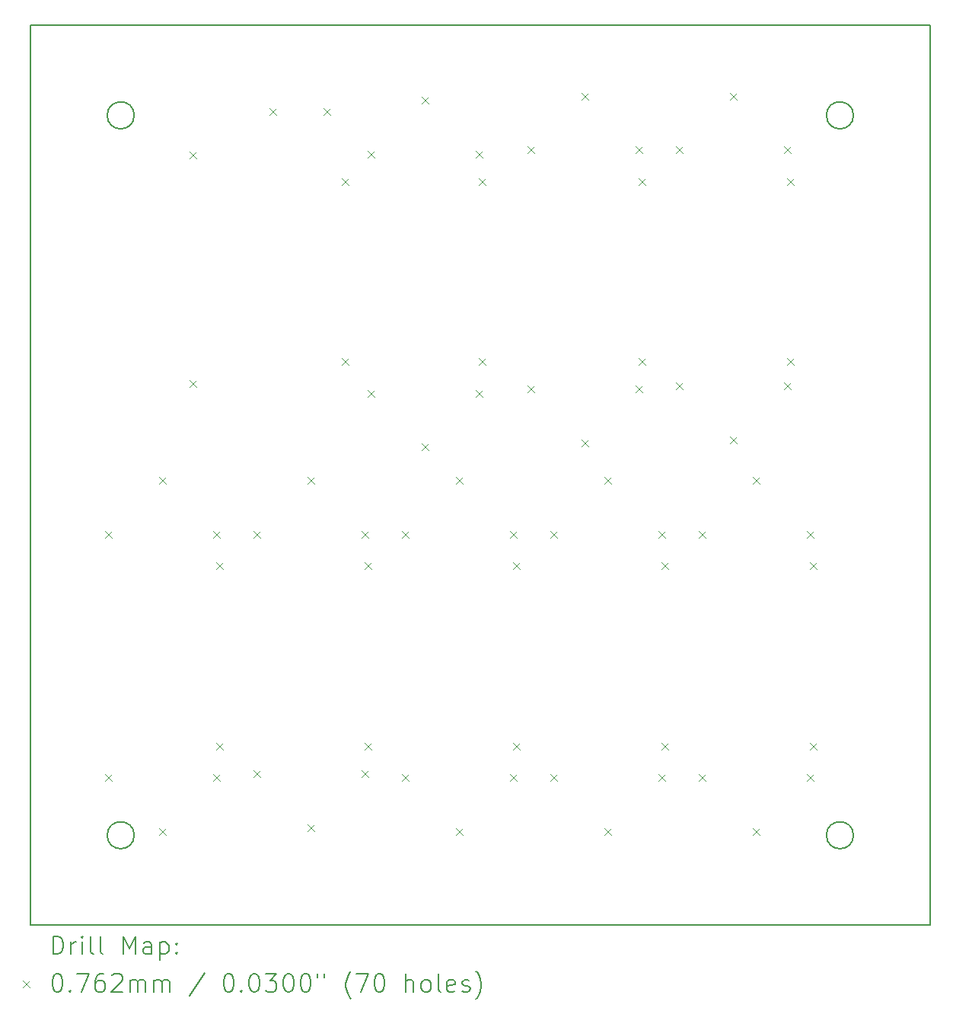
<source format=gbr>
%TF.GenerationSoftware,KiCad,Pcbnew,(6.0.7)*%
%TF.CreationDate,2022-09-04T22:45:58+08:00*%
%TF.ProjectId,6_6_2,365f365f-322e-46b6-9963-61645f706362,rev?*%
%TF.SameCoordinates,Original*%
%TF.FileFunction,Drillmap*%
%TF.FilePolarity,Positive*%
%FSLAX45Y45*%
G04 Gerber Fmt 4.5, Leading zero omitted, Abs format (unit mm)*
G04 Created by KiCad (PCBNEW (6.0.7)) date 2022-09-04 22:45:58*
%MOMM*%
%LPD*%
G01*
G04 APERTURE LIST*
%ADD10C,0.200000*%
%ADD11C,0.076200*%
G04 APERTURE END LIST*
D10*
X10350000Y-2200000D02*
G75*
G03*
X10350000Y-2200000I-150000J0D01*
G01*
X10350000Y-10200000D02*
G75*
G03*
X10350000Y-10200000I-150000J0D01*
G01*
X2350000Y-10200000D02*
G75*
G03*
X2350000Y-10200000I-150000J0D01*
G01*
X2350000Y-2200000D02*
G75*
G03*
X2350000Y-2200000I-150000J0D01*
G01*
X1200000Y-1200000D02*
X11200000Y-1200000D01*
X11200000Y-1200000D02*
X11200000Y-11200000D01*
X11200000Y-11200000D02*
X1200000Y-11200000D01*
X1200000Y-11200000D02*
X1200000Y-1200000D01*
D11*
X2028900Y-6819900D02*
X2105100Y-6896100D01*
X2105100Y-6819900D02*
X2028900Y-6896100D01*
X2028900Y-9521900D02*
X2105100Y-9598100D01*
X2105100Y-9521900D02*
X2028900Y-9598100D01*
X2628900Y-6219900D02*
X2705100Y-6296100D01*
X2705100Y-6219900D02*
X2628900Y-6296100D01*
X2628900Y-10121900D02*
X2705100Y-10198100D01*
X2705100Y-10121900D02*
X2628900Y-10198100D01*
X2966720Y-2603500D02*
X3042920Y-2679700D01*
X3042920Y-2603500D02*
X2966720Y-2679700D01*
X2966720Y-5143500D02*
X3042920Y-5219700D01*
X3042920Y-5143500D02*
X2966720Y-5219700D01*
X3228900Y-6819900D02*
X3305100Y-6896100D01*
X3305100Y-6819900D02*
X3228900Y-6896100D01*
X3228900Y-9521900D02*
X3305100Y-9598100D01*
X3305100Y-9521900D02*
X3228900Y-9598100D01*
X3263900Y-7170900D02*
X3340100Y-7247100D01*
X3340100Y-7170900D02*
X3263900Y-7247100D01*
X3263900Y-9170900D02*
X3340100Y-9247100D01*
X3340100Y-9170900D02*
X3263900Y-9247100D01*
X3679900Y-6819900D02*
X3756100Y-6896100D01*
X3756100Y-6819900D02*
X3679900Y-6896100D01*
X3679900Y-9475900D02*
X3756100Y-9552100D01*
X3756100Y-9475900D02*
X3679900Y-9552100D01*
X3852900Y-2120900D02*
X3929100Y-2197100D01*
X3929100Y-2120900D02*
X3852900Y-2197100D01*
X4279900Y-6219900D02*
X4356100Y-6296100D01*
X4356100Y-6219900D02*
X4279900Y-6296100D01*
X4279900Y-10075900D02*
X4356100Y-10152100D01*
X4356100Y-10075900D02*
X4279900Y-10152100D01*
X4452900Y-2120900D02*
X4529100Y-2197100D01*
X4529100Y-2120900D02*
X4452900Y-2197100D01*
X4660900Y-2898900D02*
X4737100Y-2975100D01*
X4737100Y-2898900D02*
X4660900Y-2975100D01*
X4660900Y-4898900D02*
X4737100Y-4975100D01*
X4737100Y-4898900D02*
X4660900Y-4975100D01*
X4879900Y-6819900D02*
X4956100Y-6896100D01*
X4956100Y-6819900D02*
X4879900Y-6896100D01*
X4879900Y-9475900D02*
X4956100Y-9552100D01*
X4956100Y-9475900D02*
X4879900Y-9552100D01*
X4914900Y-7170900D02*
X4991100Y-7247100D01*
X4991100Y-7170900D02*
X4914900Y-7247100D01*
X4914900Y-9170900D02*
X4991100Y-9247100D01*
X4991100Y-9170900D02*
X4914900Y-9247100D01*
X4949900Y-2593900D02*
X5026100Y-2670100D01*
X5026100Y-2593900D02*
X4949900Y-2670100D01*
X4949900Y-5249900D02*
X5026100Y-5326100D01*
X5026100Y-5249900D02*
X4949900Y-5326100D01*
X5330900Y-6819900D02*
X5407100Y-6896100D01*
X5407100Y-6819900D02*
X5330900Y-6896100D01*
X5330900Y-9521900D02*
X5407100Y-9598100D01*
X5407100Y-9521900D02*
X5330900Y-9598100D01*
X5549900Y-1993900D02*
X5626100Y-2070100D01*
X5626100Y-1993900D02*
X5549900Y-2070100D01*
X5549900Y-5849900D02*
X5626100Y-5926100D01*
X5626100Y-5849900D02*
X5549900Y-5926100D01*
X5930900Y-6219900D02*
X6007100Y-6296100D01*
X6007100Y-6219900D02*
X5930900Y-6296100D01*
X5930900Y-10121900D02*
X6007100Y-10198100D01*
X6007100Y-10121900D02*
X5930900Y-10198100D01*
X6149900Y-2593900D02*
X6226100Y-2670100D01*
X6226100Y-2593900D02*
X6149900Y-2670100D01*
X6149900Y-5249900D02*
X6226100Y-5326100D01*
X6226100Y-5249900D02*
X6149900Y-5326100D01*
X6184900Y-2898900D02*
X6261100Y-2975100D01*
X6261100Y-2898900D02*
X6184900Y-2975100D01*
X6184900Y-4898900D02*
X6261100Y-4975100D01*
X6261100Y-4898900D02*
X6184900Y-4975100D01*
X6530900Y-6819900D02*
X6607100Y-6896100D01*
X6607100Y-6819900D02*
X6530900Y-6896100D01*
X6530900Y-9521900D02*
X6607100Y-9598100D01*
X6607100Y-9521900D02*
X6530900Y-9598100D01*
X6565900Y-7170900D02*
X6642100Y-7247100D01*
X6642100Y-7170900D02*
X6565900Y-7247100D01*
X6565900Y-9170900D02*
X6642100Y-9247100D01*
X6642100Y-9170900D02*
X6565900Y-9247100D01*
X6727900Y-2547900D02*
X6804100Y-2624100D01*
X6804100Y-2547900D02*
X6727900Y-2624100D01*
X6727900Y-5203900D02*
X6804100Y-5280100D01*
X6804100Y-5203900D02*
X6727900Y-5280100D01*
X6981900Y-6819900D02*
X7058100Y-6896100D01*
X7058100Y-6819900D02*
X6981900Y-6896100D01*
X6981900Y-9521900D02*
X7058100Y-9598100D01*
X7058100Y-9521900D02*
X6981900Y-9598100D01*
X7327900Y-1947900D02*
X7404100Y-2024100D01*
X7404100Y-1947900D02*
X7327900Y-2024100D01*
X7327900Y-5803900D02*
X7404100Y-5880100D01*
X7404100Y-5803900D02*
X7327900Y-5880100D01*
X7581900Y-6219900D02*
X7658100Y-6296100D01*
X7658100Y-6219900D02*
X7581900Y-6296100D01*
X7581900Y-10121900D02*
X7658100Y-10198100D01*
X7658100Y-10121900D02*
X7581900Y-10198100D01*
X7927900Y-2547900D02*
X8004100Y-2624100D01*
X8004100Y-2547900D02*
X7927900Y-2624100D01*
X7927900Y-5203900D02*
X8004100Y-5280100D01*
X8004100Y-5203900D02*
X7927900Y-5280100D01*
X7962900Y-2898900D02*
X8039100Y-2975100D01*
X8039100Y-2898900D02*
X7962900Y-2975100D01*
X7962900Y-4898900D02*
X8039100Y-4975100D01*
X8039100Y-4898900D02*
X7962900Y-4975100D01*
X8181900Y-6819900D02*
X8258100Y-6896100D01*
X8258100Y-6819900D02*
X8181900Y-6896100D01*
X8181900Y-9521900D02*
X8258100Y-9598100D01*
X8258100Y-9521900D02*
X8181900Y-9598100D01*
X8216900Y-7170900D02*
X8293100Y-7247100D01*
X8293100Y-7170900D02*
X8216900Y-7247100D01*
X8216900Y-9170900D02*
X8293100Y-9247100D01*
X8293100Y-9170900D02*
X8216900Y-9247100D01*
X8378900Y-2547900D02*
X8455100Y-2624100D01*
X8455100Y-2547900D02*
X8378900Y-2624100D01*
X8378900Y-5168900D02*
X8455100Y-5245100D01*
X8455100Y-5168900D02*
X8378900Y-5245100D01*
X8632900Y-6819900D02*
X8709100Y-6896100D01*
X8709100Y-6819900D02*
X8632900Y-6896100D01*
X8632900Y-9521900D02*
X8709100Y-9598100D01*
X8709100Y-9521900D02*
X8632900Y-9598100D01*
X8978900Y-1947900D02*
X9055100Y-2024100D01*
X9055100Y-1947900D02*
X8978900Y-2024100D01*
X8978900Y-5768900D02*
X9055100Y-5845100D01*
X9055100Y-5768900D02*
X8978900Y-5845100D01*
X9232900Y-6219900D02*
X9309100Y-6296100D01*
X9309100Y-6219900D02*
X9232900Y-6296100D01*
X9232900Y-10121900D02*
X9309100Y-10198100D01*
X9309100Y-10121900D02*
X9232900Y-10198100D01*
X9578900Y-2547900D02*
X9655100Y-2624100D01*
X9655100Y-2547900D02*
X9578900Y-2624100D01*
X9578900Y-5168900D02*
X9655100Y-5245100D01*
X9655100Y-5168900D02*
X9578900Y-5245100D01*
X9613900Y-2898900D02*
X9690100Y-2975100D01*
X9690100Y-2898900D02*
X9613900Y-2975100D01*
X9613900Y-4898900D02*
X9690100Y-4975100D01*
X9690100Y-4898900D02*
X9613900Y-4975100D01*
X9832900Y-6819900D02*
X9909100Y-6896100D01*
X9909100Y-6819900D02*
X9832900Y-6896100D01*
X9832900Y-9521900D02*
X9909100Y-9598100D01*
X9909100Y-9521900D02*
X9832900Y-9598100D01*
X9867900Y-7170900D02*
X9944100Y-7247100D01*
X9944100Y-7170900D02*
X9867900Y-7247100D01*
X9867900Y-9170900D02*
X9944100Y-9247100D01*
X9944100Y-9170900D02*
X9867900Y-9247100D01*
D10*
X1447619Y-11520476D02*
X1447619Y-11320476D01*
X1495238Y-11320476D01*
X1523809Y-11330000D01*
X1542857Y-11349048D01*
X1552381Y-11368095D01*
X1561905Y-11406190D01*
X1561905Y-11434762D01*
X1552381Y-11472857D01*
X1542857Y-11491905D01*
X1523809Y-11510952D01*
X1495238Y-11520476D01*
X1447619Y-11520476D01*
X1647619Y-11520476D02*
X1647619Y-11387143D01*
X1647619Y-11425238D02*
X1657143Y-11406190D01*
X1666667Y-11396667D01*
X1685714Y-11387143D01*
X1704762Y-11387143D01*
X1771428Y-11520476D02*
X1771428Y-11387143D01*
X1771428Y-11320476D02*
X1761905Y-11330000D01*
X1771428Y-11339524D01*
X1780952Y-11330000D01*
X1771428Y-11320476D01*
X1771428Y-11339524D01*
X1895238Y-11520476D02*
X1876190Y-11510952D01*
X1866667Y-11491905D01*
X1866667Y-11320476D01*
X2000000Y-11520476D02*
X1980952Y-11510952D01*
X1971428Y-11491905D01*
X1971428Y-11320476D01*
X2228571Y-11520476D02*
X2228571Y-11320476D01*
X2295238Y-11463333D01*
X2361905Y-11320476D01*
X2361905Y-11520476D01*
X2542857Y-11520476D02*
X2542857Y-11415714D01*
X2533333Y-11396667D01*
X2514286Y-11387143D01*
X2476190Y-11387143D01*
X2457143Y-11396667D01*
X2542857Y-11510952D02*
X2523810Y-11520476D01*
X2476190Y-11520476D01*
X2457143Y-11510952D01*
X2447619Y-11491905D01*
X2447619Y-11472857D01*
X2457143Y-11453809D01*
X2476190Y-11444286D01*
X2523810Y-11444286D01*
X2542857Y-11434762D01*
X2638095Y-11387143D02*
X2638095Y-11587143D01*
X2638095Y-11396667D02*
X2657143Y-11387143D01*
X2695238Y-11387143D01*
X2714286Y-11396667D01*
X2723810Y-11406190D01*
X2733333Y-11425238D01*
X2733333Y-11482381D01*
X2723810Y-11501428D01*
X2714286Y-11510952D01*
X2695238Y-11520476D01*
X2657143Y-11520476D01*
X2638095Y-11510952D01*
X2819048Y-11501428D02*
X2828571Y-11510952D01*
X2819048Y-11520476D01*
X2809524Y-11510952D01*
X2819048Y-11501428D01*
X2819048Y-11520476D01*
X2819048Y-11396667D02*
X2828571Y-11406190D01*
X2819048Y-11415714D01*
X2809524Y-11406190D01*
X2819048Y-11396667D01*
X2819048Y-11415714D01*
D11*
X1113800Y-11811900D02*
X1190000Y-11888100D01*
X1190000Y-11811900D02*
X1113800Y-11888100D01*
D10*
X1485714Y-11740476D02*
X1504762Y-11740476D01*
X1523809Y-11750000D01*
X1533333Y-11759524D01*
X1542857Y-11778571D01*
X1552381Y-11816667D01*
X1552381Y-11864286D01*
X1542857Y-11902381D01*
X1533333Y-11921428D01*
X1523809Y-11930952D01*
X1504762Y-11940476D01*
X1485714Y-11940476D01*
X1466667Y-11930952D01*
X1457143Y-11921428D01*
X1447619Y-11902381D01*
X1438095Y-11864286D01*
X1438095Y-11816667D01*
X1447619Y-11778571D01*
X1457143Y-11759524D01*
X1466667Y-11750000D01*
X1485714Y-11740476D01*
X1638095Y-11921428D02*
X1647619Y-11930952D01*
X1638095Y-11940476D01*
X1628571Y-11930952D01*
X1638095Y-11921428D01*
X1638095Y-11940476D01*
X1714286Y-11740476D02*
X1847619Y-11740476D01*
X1761905Y-11940476D01*
X2009524Y-11740476D02*
X1971428Y-11740476D01*
X1952381Y-11750000D01*
X1942857Y-11759524D01*
X1923809Y-11788095D01*
X1914286Y-11826190D01*
X1914286Y-11902381D01*
X1923809Y-11921428D01*
X1933333Y-11930952D01*
X1952381Y-11940476D01*
X1990476Y-11940476D01*
X2009524Y-11930952D01*
X2019048Y-11921428D01*
X2028571Y-11902381D01*
X2028571Y-11854762D01*
X2019048Y-11835714D01*
X2009524Y-11826190D01*
X1990476Y-11816667D01*
X1952381Y-11816667D01*
X1933333Y-11826190D01*
X1923809Y-11835714D01*
X1914286Y-11854762D01*
X2104762Y-11759524D02*
X2114286Y-11750000D01*
X2133333Y-11740476D01*
X2180952Y-11740476D01*
X2200000Y-11750000D01*
X2209524Y-11759524D01*
X2219048Y-11778571D01*
X2219048Y-11797619D01*
X2209524Y-11826190D01*
X2095238Y-11940476D01*
X2219048Y-11940476D01*
X2304762Y-11940476D02*
X2304762Y-11807143D01*
X2304762Y-11826190D02*
X2314286Y-11816667D01*
X2333333Y-11807143D01*
X2361905Y-11807143D01*
X2380952Y-11816667D01*
X2390476Y-11835714D01*
X2390476Y-11940476D01*
X2390476Y-11835714D02*
X2400000Y-11816667D01*
X2419048Y-11807143D01*
X2447619Y-11807143D01*
X2466667Y-11816667D01*
X2476190Y-11835714D01*
X2476190Y-11940476D01*
X2571429Y-11940476D02*
X2571429Y-11807143D01*
X2571429Y-11826190D02*
X2580952Y-11816667D01*
X2600000Y-11807143D01*
X2628571Y-11807143D01*
X2647619Y-11816667D01*
X2657143Y-11835714D01*
X2657143Y-11940476D01*
X2657143Y-11835714D02*
X2666667Y-11816667D01*
X2685714Y-11807143D01*
X2714286Y-11807143D01*
X2733333Y-11816667D01*
X2742857Y-11835714D01*
X2742857Y-11940476D01*
X3133333Y-11730952D02*
X2961905Y-11988095D01*
X3390476Y-11740476D02*
X3409524Y-11740476D01*
X3428571Y-11750000D01*
X3438095Y-11759524D01*
X3447619Y-11778571D01*
X3457143Y-11816667D01*
X3457143Y-11864286D01*
X3447619Y-11902381D01*
X3438095Y-11921428D01*
X3428571Y-11930952D01*
X3409524Y-11940476D01*
X3390476Y-11940476D01*
X3371428Y-11930952D01*
X3361905Y-11921428D01*
X3352381Y-11902381D01*
X3342857Y-11864286D01*
X3342857Y-11816667D01*
X3352381Y-11778571D01*
X3361905Y-11759524D01*
X3371428Y-11750000D01*
X3390476Y-11740476D01*
X3542857Y-11921428D02*
X3552381Y-11930952D01*
X3542857Y-11940476D01*
X3533333Y-11930952D01*
X3542857Y-11921428D01*
X3542857Y-11940476D01*
X3676190Y-11740476D02*
X3695238Y-11740476D01*
X3714286Y-11750000D01*
X3723809Y-11759524D01*
X3733333Y-11778571D01*
X3742857Y-11816667D01*
X3742857Y-11864286D01*
X3733333Y-11902381D01*
X3723809Y-11921428D01*
X3714286Y-11930952D01*
X3695238Y-11940476D01*
X3676190Y-11940476D01*
X3657143Y-11930952D01*
X3647619Y-11921428D01*
X3638095Y-11902381D01*
X3628571Y-11864286D01*
X3628571Y-11816667D01*
X3638095Y-11778571D01*
X3647619Y-11759524D01*
X3657143Y-11750000D01*
X3676190Y-11740476D01*
X3809524Y-11740476D02*
X3933333Y-11740476D01*
X3866667Y-11816667D01*
X3895238Y-11816667D01*
X3914286Y-11826190D01*
X3923809Y-11835714D01*
X3933333Y-11854762D01*
X3933333Y-11902381D01*
X3923809Y-11921428D01*
X3914286Y-11930952D01*
X3895238Y-11940476D01*
X3838095Y-11940476D01*
X3819048Y-11930952D01*
X3809524Y-11921428D01*
X4057143Y-11740476D02*
X4076190Y-11740476D01*
X4095238Y-11750000D01*
X4104762Y-11759524D01*
X4114286Y-11778571D01*
X4123809Y-11816667D01*
X4123809Y-11864286D01*
X4114286Y-11902381D01*
X4104762Y-11921428D01*
X4095238Y-11930952D01*
X4076190Y-11940476D01*
X4057143Y-11940476D01*
X4038095Y-11930952D01*
X4028571Y-11921428D01*
X4019048Y-11902381D01*
X4009524Y-11864286D01*
X4009524Y-11816667D01*
X4019048Y-11778571D01*
X4028571Y-11759524D01*
X4038095Y-11750000D01*
X4057143Y-11740476D01*
X4247619Y-11740476D02*
X4266667Y-11740476D01*
X4285714Y-11750000D01*
X4295238Y-11759524D01*
X4304762Y-11778571D01*
X4314286Y-11816667D01*
X4314286Y-11864286D01*
X4304762Y-11902381D01*
X4295238Y-11921428D01*
X4285714Y-11930952D01*
X4266667Y-11940476D01*
X4247619Y-11940476D01*
X4228571Y-11930952D01*
X4219048Y-11921428D01*
X4209524Y-11902381D01*
X4200000Y-11864286D01*
X4200000Y-11816667D01*
X4209524Y-11778571D01*
X4219048Y-11759524D01*
X4228571Y-11750000D01*
X4247619Y-11740476D01*
X4390476Y-11740476D02*
X4390476Y-11778571D01*
X4466667Y-11740476D02*
X4466667Y-11778571D01*
X4761905Y-12016667D02*
X4752381Y-12007143D01*
X4733333Y-11978571D01*
X4723810Y-11959524D01*
X4714286Y-11930952D01*
X4704762Y-11883333D01*
X4704762Y-11845238D01*
X4714286Y-11797619D01*
X4723810Y-11769048D01*
X4733333Y-11750000D01*
X4752381Y-11721428D01*
X4761905Y-11711905D01*
X4819048Y-11740476D02*
X4952381Y-11740476D01*
X4866667Y-11940476D01*
X5066667Y-11740476D02*
X5085714Y-11740476D01*
X5104762Y-11750000D01*
X5114286Y-11759524D01*
X5123810Y-11778571D01*
X5133333Y-11816667D01*
X5133333Y-11864286D01*
X5123810Y-11902381D01*
X5114286Y-11921428D01*
X5104762Y-11930952D01*
X5085714Y-11940476D01*
X5066667Y-11940476D01*
X5047619Y-11930952D01*
X5038095Y-11921428D01*
X5028571Y-11902381D01*
X5019048Y-11864286D01*
X5019048Y-11816667D01*
X5028571Y-11778571D01*
X5038095Y-11759524D01*
X5047619Y-11750000D01*
X5066667Y-11740476D01*
X5371429Y-11940476D02*
X5371429Y-11740476D01*
X5457143Y-11940476D02*
X5457143Y-11835714D01*
X5447619Y-11816667D01*
X5428571Y-11807143D01*
X5400000Y-11807143D01*
X5380952Y-11816667D01*
X5371429Y-11826190D01*
X5580952Y-11940476D02*
X5561905Y-11930952D01*
X5552381Y-11921428D01*
X5542857Y-11902381D01*
X5542857Y-11845238D01*
X5552381Y-11826190D01*
X5561905Y-11816667D01*
X5580952Y-11807143D01*
X5609524Y-11807143D01*
X5628571Y-11816667D01*
X5638095Y-11826190D01*
X5647619Y-11845238D01*
X5647619Y-11902381D01*
X5638095Y-11921428D01*
X5628571Y-11930952D01*
X5609524Y-11940476D01*
X5580952Y-11940476D01*
X5761905Y-11940476D02*
X5742857Y-11930952D01*
X5733333Y-11911905D01*
X5733333Y-11740476D01*
X5914286Y-11930952D02*
X5895238Y-11940476D01*
X5857143Y-11940476D01*
X5838095Y-11930952D01*
X5828571Y-11911905D01*
X5828571Y-11835714D01*
X5838095Y-11816667D01*
X5857143Y-11807143D01*
X5895238Y-11807143D01*
X5914286Y-11816667D01*
X5923809Y-11835714D01*
X5923809Y-11854762D01*
X5828571Y-11873809D01*
X6000000Y-11930952D02*
X6019048Y-11940476D01*
X6057143Y-11940476D01*
X6076190Y-11930952D01*
X6085714Y-11911905D01*
X6085714Y-11902381D01*
X6076190Y-11883333D01*
X6057143Y-11873809D01*
X6028571Y-11873809D01*
X6009524Y-11864286D01*
X6000000Y-11845238D01*
X6000000Y-11835714D01*
X6009524Y-11816667D01*
X6028571Y-11807143D01*
X6057143Y-11807143D01*
X6076190Y-11816667D01*
X6152381Y-12016667D02*
X6161905Y-12007143D01*
X6180952Y-11978571D01*
X6190476Y-11959524D01*
X6200000Y-11930952D01*
X6209524Y-11883333D01*
X6209524Y-11845238D01*
X6200000Y-11797619D01*
X6190476Y-11769048D01*
X6180952Y-11750000D01*
X6161905Y-11721428D01*
X6152381Y-11711905D01*
M02*

</source>
